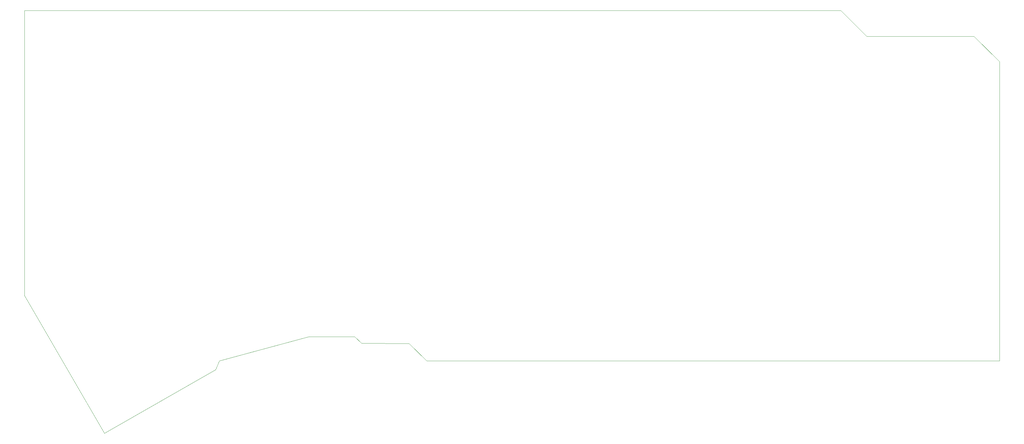
<source format=gm1>
%TF.GenerationSoftware,KiCad,Pcbnew,(5.1.10-1-10_14)*%
%TF.CreationDate,2021-08-01T23:27:55+01:00*%
%TF.ProjectId,AsymRight,4173796d-5269-4676-9874-2e6b69636164,v1*%
%TF.SameCoordinates,Original*%
%TF.FileFunction,Profile,NP*%
%FSLAX46Y46*%
G04 Gerber Fmt 4.6, Leading zero omitted, Abs format (unit mm)*
G04 Created by KiCad (PCBNEW (5.1.10-1-10_14)) date 2021-08-01 23:27:55*
%MOMM*%
%LPD*%
G01*
G04 APERTURE LIST*
%TA.AperFunction,Profile*%
%ADD10C,0.100000*%
%TD*%
G04 APERTURE END LIST*
D10*
X275650000Y-47020000D02*
X307594000Y-47020000D01*
X267970000Y-39370000D02*
X275650000Y-47020000D01*
X24980000Y-124305000D02*
X24980000Y-39370000D01*
X24980000Y-124305000D02*
X48780000Y-165420000D01*
X144690000Y-143780000D02*
X315150000Y-143780000D01*
X24980000Y-39370000D02*
X267970000Y-39370000D01*
X123290000Y-136630000D02*
X109500000Y-136630000D01*
X81810000Y-146410000D02*
X48780000Y-165420000D01*
X82990000Y-143850000D02*
X109500000Y-136630000D01*
X81810000Y-146410000D02*
X82990000Y-143850000D01*
X125270000Y-138580000D02*
X123290000Y-136630000D01*
X139450000Y-138620000D02*
X125270000Y-138580000D01*
X144690000Y-143780000D02*
X139450000Y-138620000D01*
X315150000Y-143780000D02*
X315150000Y-54550000D01*
X307594000Y-47020000D02*
X315150000Y-54550000D01*
M02*

</source>
